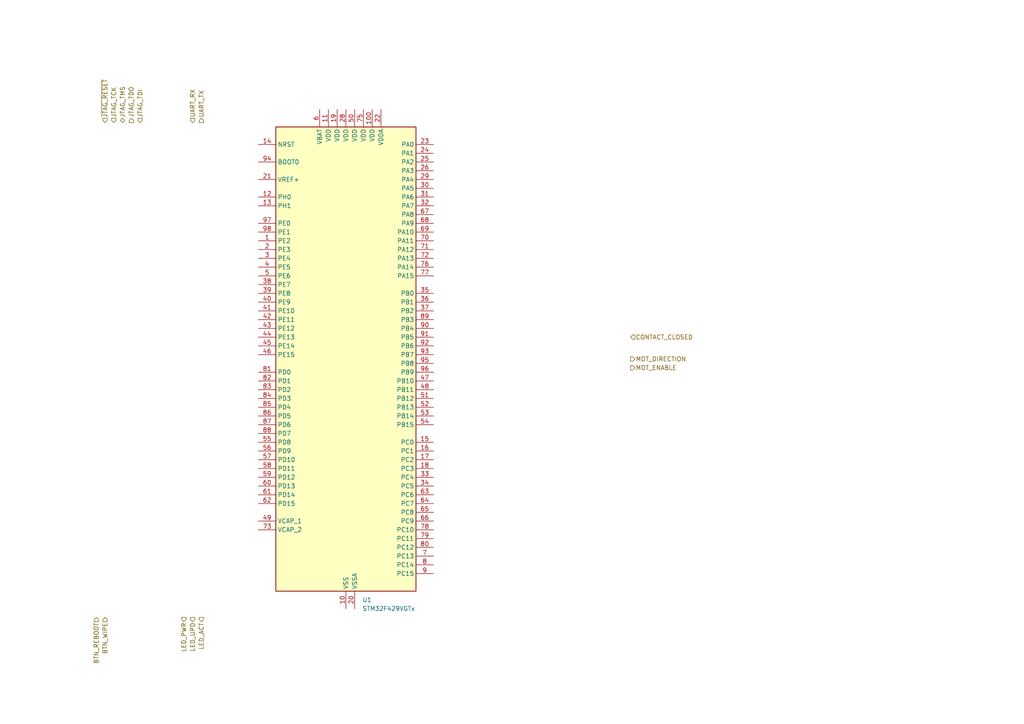
<source format=kicad_sch>
(kicad_sch (version 20231120) (generator "eeschema") (generator_version "8.0")
  (paper "A4")
  (title_block (title "iot-contact"))
  (lib_symbols
    (symbol "MCU_ST_STM32F4:STM32F429VGTx"
      (property "Reference" "U" (at -20.32 69.85 0))
      (property "Value" "STM32F429VGTx" (at 12.7 69.85 0))
      (symbol "STM32F429VGTx_0_1"
        (rectangle (start -20.32 -66.04) (end 20.32 68.58) (stroke (width 0.254)) (fill (type background)))
      )
      (symbol "STM32F429VGTx_1_1"
        (pin bidirectional line (at -25.4 35.56 0) (length 5.08) (name "PE2") (number "1"))
        (pin power_in line (at 0 -71.12 90) (length 5.08) (name "VSS") (number "10"))
        (pin power_in line (at 7.62 73.66 270) (length 5.08) (name "VDD") (number "100"))
        (pin power_in line (at -5.08 73.66 270) (length 5.08) (name "VDD") (number "11"))
        (pin bidirectional line (at -25.4 48.26 0) (length 5.08) (name "PH0") (number "12"))
        (pin bidirectional line (at -25.4 45.72 0) (length 5.08) (name "PH1") (number "13"))
        (pin input line (at -25.4 63.5 0) (length 5.08) (name "NRST") (number "14"))
        (pin bidirectional line (at 25.4 -22.86 180) (length 5.08) (name "PC0") (number "15"))
        (pin bidirectional line (at 25.4 -25.4 180) (length 5.08) (name "PC1") (number "16"))
        (pin bidirectional line (at 25.4 -27.94 180) (length 5.08) (name "PC2") (number "17"))
        (pin bidirectional line (at 25.4 -30.48 180) (length 5.08) (name "PC3") (number "18"))
        (pin power_in line (at -2.54 73.66 270) (length 5.08) (name "VDD") (number "19"))
        (pin bidirectional line (at -25.4 33.02 0) (length 5.08) (name "PE3") (number "2"))
        (pin power_in line (at 2.54 -71.12 90) (length 5.08) (name "VSSA") (number "20"))
        (pin input line (at -25.4 53.34 0) (length 5.08) (name "VREF+") (number "21"))
        (pin power_in line (at 10.16 73.66 270) (length 5.08) (name "VDDA") (number "22"))
        (pin bidirectional line (at 25.4 63.5 180) (length 5.08) (name "PA0") (number "23"))
        (pin bidirectional line (at 25.4 60.96 180) (length 5.08) (name "PA1") (number "24"))
        (pin bidirectional line (at 25.4 58.42 180) (length 5.08) (name "PA2") (number "25"))
        (pin bidirectional line (at 25.4 55.88 180) (length 5.08) (name "PA3") (number "26"))
        (pin passive line (at 0 -71.12 90) (length 5.08) hide (name "VSS") (number "27"))
        (pin power_in line (at 0 73.66 270) (length 5.08) (name "VDD") (number "28"))
        (pin bidirectional line (at 25.4 53.34 180) (length 5.08) (name "PA4") (number "29"))
        (pin bidirectional line (at -25.4 30.48 0) (length 5.08) (name "PE4") (number "3"))
        (pin bidirectional line (at 25.4 50.8 180) (length 5.08) (name "PA5") (number "30"))
        (pin bidirectional line (at 25.4 48.26 180) (length 5.08) (name "PA6") (number "31"))
        (pin bidirectional line (at 25.4 45.72 180) (length 5.08) (name "PA7") (number "32"))
        (pin bidirectional line (at 25.4 -33.02 180) (length 5.08) (name "PC4") (number "33"))
        (pin bidirectional line (at 25.4 -35.56 180) (length 5.08) (name "PC5") (number "34"))
        (pin bidirectional line (at 25.4 20.32 180) (length 5.08) (name "PB0") (number "35"))
        (pin bidirectional line (at 25.4 17.78 180) (length 5.08) (name "PB1") (number "36"))
        (pin bidirectional line (at 25.4 15.24 180) (length 5.08) (name "PB2") (number "37"))
        (pin bidirectional line (at -25.4 22.86 0) (length 5.08) (name "PE7") (number "38"))
        (pin bidirectional line (at -25.4 20.32 0) (length 5.08) (name "PE8") (number "39"))
        (pin bidirectional line (at -25.4 27.94 0) (length 5.08) (name "PE5") (number "4"))
        (pin bidirectional line (at -25.4 17.78 0) (length 5.08) (name "PE9") (number "40"))
        (pin bidirectional line (at -25.4 15.24 0) (length 5.08) (name "PE10") (number "41"))
        (pin bidirectional line (at -25.4 12.7 0) (length 5.08) (name "PE11") (number "42"))
        (pin bidirectional line (at -25.4 10.16 0) (length 5.08) (name "PE12") (number "43"))
        (pin bidirectional line (at -25.4 7.62 0) (length 5.08) (name "PE13") (number "44"))
        (pin bidirectional line (at -25.4 5.08 0) (length 5.08) (name "PE14") (number "45"))
        (pin bidirectional line (at -25.4 2.54 0) (length 5.08) (name "PE15") (number "46"))
        (pin bidirectional line (at 25.4 -5.08 180) (length 5.08) (name "PB10") (number "47"))
        (pin bidirectional line (at 25.4 -7.62 180) (length 5.08) (name "PB11") (number "48"))
        (pin power_out line (at -25.4 -45.72 0) (length 5.08) (name "VCAP_1") (number "49"))
        (pin bidirectional line (at -25.4 25.4 0) (length 5.08) (name "PE6") (number "5"))
        (pin power_in line (at 2.54 73.66 270) (length 5.08) (name "VDD") (number "50"))
        (pin bidirectional line (at 25.4 -10.16 180) (length 5.08) (name "PB12") (number "51"))
        (pin bidirectional line (at 25.4 -12.7 180) (length 5.08) (name "PB13") (number "52"))
        (pin bidirectional line (at 25.4 -15.24 180) (length 5.08) (name "PB14") (number "53"))
        (pin bidirectional line (at 25.4 -17.78 180) (length 5.08) (name "PB15") (number "54"))
        (pin bidirectional line (at -25.4 -22.86 0) (length 5.08) (name "PD8") (number "55"))
        (pin bidirectional line (at -25.4 -25.4 0) (length 5.08) (name "PD9") (number "56"))
        (pin bidirectional line (at -25.4 -27.94 0) (length 5.08) (name "PD10") (number "57"))
        (pin bidirectional line (at -25.4 -30.48 0) (length 5.08) (name "PD11") (number "58"))
        (pin bidirectional line (at -25.4 -33.02 0) (length 5.08) (name "PD12") (number "59"))
        (pin power_in line (at -7.62 73.66 270) (length 5.08) (name "VBAT") (number "6"))
        (pin bidirectional line (at -25.4 -35.56 0) (length 5.08) (name "PD13") (number "60"))
        (pin bidirectional line (at -25.4 -38.1 0) (length 5.08) (name "PD14") (number "61"))
        (pin bidirectional line (at -25.4 -40.64 0) (length 5.08) (name "PD15") (number "62"))
        (pin bidirectional line (at 25.4 -38.1 180) (length 5.08) (name "PC6") (number "63"))
        (pin bidirectional line (at 25.4 -40.64 180) (length 5.08) (name "PC7") (number "64"))
        (pin bidirectional line (at 25.4 -43.18 180) (length 5.08) (name "PC8") (number "65"))
        (pin bidirectional line (at 25.4 -45.72 180) (length 5.08) (name "PC9") (number "66"))
        (pin bidirectional line (at 25.4 43.18 180) (length 5.08) (name "PA8") (number "67"))
        (pin bidirectional line (at 25.4 40.64 180) (length 5.08) (name "PA9") (number "68"))
        (pin bidirectional line (at 25.4 38.1 180) (length 5.08) (name "PA10") (number "69"))
        (pin bidirectional line (at 25.4 -55.88 180) (length 5.08) (name "PC13") (number "7"))
        (pin bidirectional line (at 25.4 35.56 180) (length 5.08) (name "PA11") (number "70"))
        (pin bidirectional line (at 25.4 33.02 180) (length 5.08) (name "PA12") (number "71"))
        (pin bidirectional line (at 25.4 30.48 180) (length 5.08) (name "PA13") (number "72"))
        (pin power_out line (at -25.4 -48.26 0) (length 5.08) (name "VCAP_2") (number "73"))
        (pin passive line (at 0 -71.12 90) (length 5.08) hide (name "VSS") (number "74"))
        (pin power_in line (at 5.08 73.66 270) (length 5.08) (name "VDD") (number "75"))
        (pin bidirectional line (at 25.4 27.94 180) (length 5.08) (name "PA14") (number "76"))
        (pin bidirectional line (at 25.4 25.4 180) (length 5.08) (name "PA15") (number "77"))
        (pin bidirectional line (at 25.4 -48.26 180) (length 5.08) (name "PC10") (number "78"))
        (pin bidirectional line (at 25.4 -50.8 180) (length 5.08) (name "PC11") (number "79"))
        (pin bidirectional line (at 25.4 -58.42 180) (length 5.08) (name "PC14") (number "8"))
        (pin bidirectional line (at 25.4 -53.34 180) (length 5.08) (name "PC12") (number "80"))
        (pin bidirectional line (at -25.4 -2.54 0) (length 5.08) (name "PD0") (number "81"))
        (pin bidirectional line (at -25.4 -5.08 0) (length 5.08) (name "PD1") (number "82"))
        (pin bidirectional line (at -25.4 -7.62 0) (length 5.08) (name "PD2") (number "83"))
        (pin bidirectional line (at -25.4 -10.16 0) (length 5.08) (name "PD3") (number "84"))
        (pin bidirectional line (at -25.4 -12.7 0) (length 5.08) (name "PD4") (number "85"))
        (pin bidirectional line (at -25.4 -15.24 0) (length 5.08) (name "PD5") (number "86"))
        (pin bidirectional line (at -25.4 -17.78 0) (length 5.08) (name "PD6") (number "87"))
        (pin bidirectional line (at -25.4 -20.32 0) (length 5.08) (name "PD7") (number "88"))
        (pin bidirectional line (at 25.4 12.7 180) (length 5.08) (name "PB3") (number "89"))
        (pin bidirectional line (at 25.4 -60.96 180) (length 5.08) (name "PC15") (number "9"))
        (pin bidirectional line (at 25.4 10.16 180) (length 5.08) (name "PB4") (number "90"))
        (pin bidirectional line (at 25.4 7.62 180) (length 5.08) (name "PB5") (number "91"))
        (pin bidirectional line (at 25.4 5.08 180) (length 5.08) (name "PB6") (number "92"))
        (pin bidirectional line (at 25.4 2.54 180) (length 5.08) (name "PB7") (number "93"))
        (pin input line (at -25.4 58.42 0) (length 5.08) (name "BOOT0") (number "94"))
        (pin bidirectional line (at 25.4 0 180) (length 5.08) (name "PB8") (number "95"))
        (pin bidirectional line (at 25.4 -2.54 180) (length 5.08) (name "PB9") (number "96"))
        (pin bidirectional line (at -25.4 40.64 0) (length 5.08) (name "PE0") (number "97"))
        (pin bidirectional line (at -25.4 38.1 0) (length 5.08) (name "PE1") (number "98"))
        (pin passive line (at 0 -71.12 90) (length 5.08) hide (name "VSS") (number "99"))
      )
    )
  )
  (hierarchical_label "BTN_REBOOT" (shape input) (at 27.94 179.07 270))
  (hierarchical_label "~{JTAG_RESET}" (shape input) (at 30.48 35.56 90))
  (hierarchical_label "MOT_ENABLE" (shape output) (at 182.88 106.68 0))
  (hierarchical_label "UART_TX" (shape output) (at 58.42 35.56 90))
  (hierarchical_label "LED_UPD" (shape output) (at 55.88 179.07 270))
  (hierarchical_label "JTAG_TMS" (shape bidirectional) (at 35.56 35.56 90))
  (hierarchical_label "BTN_WIPE" (shape input) (at 30.48 179.07 270))
  (hierarchical_label "JTAG_TDI" (shape input) (at 40.64 35.56 90))
  (hierarchical_label "LED_PWR" (shape output) (at 53.34 179.07 270))
  (hierarchical_label "LED_ACT" (shape output) (at 58.42 179.07 270))
  (hierarchical_label "MOT_DIRECTION" (shape output) (at 182.88 104.14 0))
  (hierarchical_label "JTAG_TCK" (shape input) (at 33.02 35.56 90))
  (hierarchical_label "JTAG_TDO" (shape output) (at 38.1 35.56 90))
  (hierarchical_label "UART_RX" (shape input) (at 55.88 35.56 90))
  (hierarchical_label "CONTACT_CLOSED" (shape input) (at 182.88 97.79 0))
  (symbol (lib_id "MCU_ST_STM32F4:STM32F429VGTx") (at 100.33 105.41 0) (unit 1)
    (property "Reference" "U1" (at 105.0641 173.99 0) (effects (justify left)))
    (property "Value" "STM32F429VGTx" (at 105.0641 176.53 0) (effects (justify left)))
    (property "Footprint" "Package_QFP:LQFP-100_14x14mm_P0.5mm" (effects (hide yes)))
    (property "Datasheet" "https://www.st.com/resource/en/datasheet/stm32f429vg.pdf" (effects (hide yes)))
    (property "Description" "STMicroelectronics Arm Cortex-M4 MCU, 1024KB flash, 256KB RAM, 180 MHz, 1.8-3.6V, 82 GPIO, LQFP100" (effects (hide yes)))
  )
)
</source>
